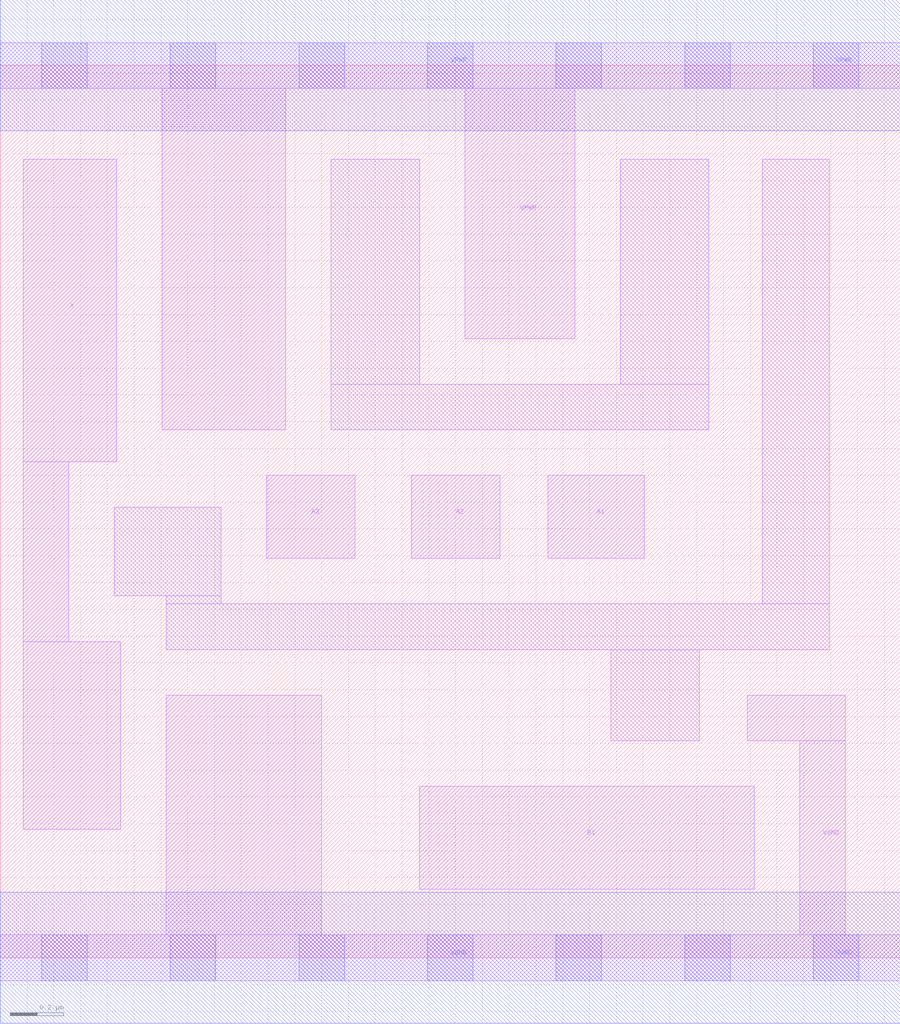
<source format=lef>
# Copyright 2020 The SkyWater PDK Authors
#
# Licensed under the Apache License, Version 2.0 (the "License");
# you may not use this file except in compliance with the License.
# You may obtain a copy of the License at
#
#     https://www.apache.org/licenses/LICENSE-2.0
#
# Unless required by applicable law or agreed to in writing, software
# distributed under the License is distributed on an "AS IS" BASIS,
# WITHOUT WARRANTIES OR CONDITIONS OF ANY KIND, either express or implied.
# See the License for the specific language governing permissions and
# limitations under the License.
#
# SPDX-License-Identifier: Apache-2.0

VERSION 5.7 ;
  NAMESCASESENSITIVE ON ;
  NOWIREEXTENSIONATPIN ON ;
  DIVIDERCHAR "/" ;
  BUSBITCHARS "[]" ;
UNITS
  DATABASE MICRONS 200 ;
END UNITS
MACRO sky130_fd_sc_ms__a31o_1
  CLASS CORE ;
  SOURCE USER ;
  FOREIGN sky130_fd_sc_ms__a31o_1 ;
  ORIGIN  0.000000  0.000000 ;
  SIZE  3.360000 BY  3.330000 ;
  SYMMETRY X Y ;
  SITE unit ;
  PIN A1
    ANTENNAGATEAREA  0.276000 ;
    DIRECTION INPUT ;
    USE SIGNAL ;
    PORT
      LAYER li1 ;
        RECT 2.045000 1.490000 2.405000 1.800000 ;
    END
  END A1
  PIN A2
    ANTENNAGATEAREA  0.276000 ;
    DIRECTION INPUT ;
    USE SIGNAL ;
    PORT
      LAYER li1 ;
        RECT 1.535000 1.490000 1.865000 1.800000 ;
    END
  END A2
  PIN A3
    ANTENNAGATEAREA  0.276000 ;
    DIRECTION INPUT ;
    USE SIGNAL ;
    PORT
      LAYER li1 ;
        RECT 0.995000 1.490000 1.325000 1.800000 ;
    END
  END A3
  PIN B1
    ANTENNAGATEAREA  0.276000 ;
    DIRECTION INPUT ;
    USE SIGNAL ;
    PORT
      LAYER li1 ;
        RECT 1.565000 0.255000 2.815000 0.640000 ;
    END
  END B1
  PIN X
    ANTENNADIFFAREA  0.487300 ;
    DIRECTION OUTPUT ;
    USE SIGNAL ;
    PORT
      LAYER li1 ;
        RECT 0.085000 0.480000 0.450000 1.180000 ;
        RECT 0.085000 1.180000 0.255000 1.850000 ;
        RECT 0.085000 1.850000 0.435000 2.980000 ;
    END
  END X
  PIN VGND
    DIRECTION INOUT ;
    USE GROUND ;
    PORT
      LAYER li1 ;
        RECT 0.000000 -0.085000 3.360000 0.085000 ;
        RECT 0.620000  0.085000 1.200000 0.980000 ;
        RECT 2.790000  0.810000 3.155000 0.980000 ;
        RECT 2.985000  0.085000 3.155000 0.810000 ;
      LAYER mcon ;
        RECT 0.155000 -0.085000 0.325000 0.085000 ;
        RECT 0.635000 -0.085000 0.805000 0.085000 ;
        RECT 1.115000 -0.085000 1.285000 0.085000 ;
        RECT 1.595000 -0.085000 1.765000 0.085000 ;
        RECT 2.075000 -0.085000 2.245000 0.085000 ;
        RECT 2.555000 -0.085000 2.725000 0.085000 ;
        RECT 3.035000 -0.085000 3.205000 0.085000 ;
      LAYER met1 ;
        RECT 0.000000 -0.245000 3.360000 0.245000 ;
    END
  END VGND
  PIN VPWR
    DIRECTION INOUT ;
    USE POWER ;
    PORT
      LAYER li1 ;
        RECT 0.000000 3.245000 3.360000 3.415000 ;
        RECT 0.605000 1.970000 1.065000 3.245000 ;
        RECT 1.735000 2.310000 2.145000 3.245000 ;
      LAYER mcon ;
        RECT 0.155000 3.245000 0.325000 3.415000 ;
        RECT 0.635000 3.245000 0.805000 3.415000 ;
        RECT 1.115000 3.245000 1.285000 3.415000 ;
        RECT 1.595000 3.245000 1.765000 3.415000 ;
        RECT 2.075000 3.245000 2.245000 3.415000 ;
        RECT 2.555000 3.245000 2.725000 3.415000 ;
        RECT 3.035000 3.245000 3.205000 3.415000 ;
      LAYER met1 ;
        RECT 0.000000 3.085000 3.360000 3.575000 ;
    END
  END VPWR
  OBS
    LAYER li1 ;
      RECT 0.425000 1.350000 0.825000 1.680000 ;
      RECT 0.620000 1.150000 3.095000 1.320000 ;
      RECT 0.620000 1.320000 0.825000 1.350000 ;
      RECT 1.235000 1.970000 2.645000 2.140000 ;
      RECT 1.235000 2.140000 1.565000 2.980000 ;
      RECT 2.280000 0.810000 2.610000 1.150000 ;
      RECT 2.315000 2.140000 2.645000 2.980000 ;
      RECT 2.845000 1.320000 3.095000 2.980000 ;
  END
END sky130_fd_sc_ms__a31o_1

</source>
